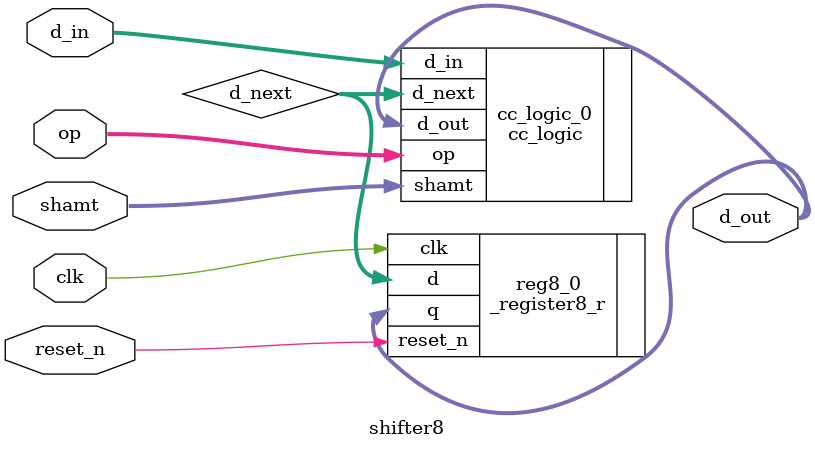
<source format=v>
module shifter8(clk, reset_n, op, shamt, d_in, d_out);
	input clk, reset_n;
	input [2:0] op;
	input [1:0] shamt;
	input [7:0] d_in;
	output [7:0] d_out; //set input and output
	
	wire [7:0] d_next; //set wire
	
	cc_logic cc_logic_0(.op(op), .shamt(shamt), .d_in(d_in), .d_out(d_out), .d_next(d_next)); //to get result
	_register8_r reg8_0(.clk(clk), .reset_n(reset_n), .d(d_next), .q(d_out)); //for clk and reset signal

endmodule

</source>
